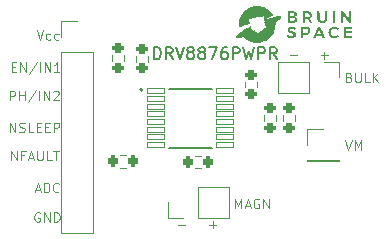
<source format=gto>
G04 #@! TF.GenerationSoftware,KiCad,Pcbnew,7.0.1*
G04 #@! TF.CreationDate,2023-05-06T21:57:30-07:00*
G04 #@! TF.ProjectId,MAGNETORQUERS,4d41474e-4554-44f5-9251-554552532e6b,rev?*
G04 #@! TF.SameCoordinates,Original*
G04 #@! TF.FileFunction,Legend,Top*
G04 #@! TF.FilePolarity,Positive*
%FSLAX46Y46*%
G04 Gerber Fmt 4.6, Leading zero omitted, Abs format (unit mm)*
G04 Created by KiCad (PCBNEW 7.0.1) date 2023-05-06 21:57:30*
%MOMM*%
%LPD*%
G01*
G04 APERTURE LIST*
G04 Aperture macros list*
%AMRoundRect*
0 Rectangle with rounded corners*
0 $1 Rounding radius*
0 $2 $3 $4 $5 $6 $7 $8 $9 X,Y pos of 4 corners*
0 Add a 4 corners polygon primitive as box body*
4,1,4,$2,$3,$4,$5,$6,$7,$8,$9,$2,$3,0*
0 Add four circle primitives for the rounded corners*
1,1,$1+$1,$2,$3*
1,1,$1+$1,$4,$5*
1,1,$1+$1,$6,$7*
1,1,$1+$1,$8,$9*
0 Add four rect primitives between the rounded corners*
20,1,$1+$1,$2,$3,$4,$5,0*
20,1,$1+$1,$4,$5,$6,$7,0*
20,1,$1+$1,$6,$7,$8,$9,0*
20,1,$1+$1,$8,$9,$2,$3,0*%
G04 Aperture macros list end*
%ADD10C,0.120000*%
%ADD11C,0.150000*%
%ADD12C,0.127000*%
%ADD13C,0.200000*%
%ADD14C,0.010000*%
%ADD15R,1.700000X1.700000*%
%ADD16RoundRect,0.200000X0.275000X-0.200000X0.275000X0.200000X-0.275000X0.200000X-0.275000X-0.200000X0*%
%ADD17RoundRect,0.200000X-0.200000X-0.275000X0.200000X-0.275000X0.200000X0.275000X-0.200000X0.275000X0*%
%ADD18O,1.700000X1.700000*%
%ADD19RoundRect,0.027000X-0.723000X-0.198000X0.723000X-0.198000X0.723000X0.198000X-0.723000X0.198000X0*%
G04 APERTURE END LIST*
D10*
X141740476Y-95147333D02*
X142350000Y-95147333D01*
X142045238Y-95452095D02*
X142045238Y-94842571D01*
D11*
X137088095Y-81127619D02*
X137088095Y-80127619D01*
X137088095Y-80127619D02*
X137326190Y-80127619D01*
X137326190Y-80127619D02*
X137469047Y-80175238D01*
X137469047Y-80175238D02*
X137564285Y-80270476D01*
X137564285Y-80270476D02*
X137611904Y-80365714D01*
X137611904Y-80365714D02*
X137659523Y-80556190D01*
X137659523Y-80556190D02*
X137659523Y-80699047D01*
X137659523Y-80699047D02*
X137611904Y-80889523D01*
X137611904Y-80889523D02*
X137564285Y-80984761D01*
X137564285Y-80984761D02*
X137469047Y-81080000D01*
X137469047Y-81080000D02*
X137326190Y-81127619D01*
X137326190Y-81127619D02*
X137088095Y-81127619D01*
X138659523Y-81127619D02*
X138326190Y-80651428D01*
X138088095Y-81127619D02*
X138088095Y-80127619D01*
X138088095Y-80127619D02*
X138469047Y-80127619D01*
X138469047Y-80127619D02*
X138564285Y-80175238D01*
X138564285Y-80175238D02*
X138611904Y-80222857D01*
X138611904Y-80222857D02*
X138659523Y-80318095D01*
X138659523Y-80318095D02*
X138659523Y-80460952D01*
X138659523Y-80460952D02*
X138611904Y-80556190D01*
X138611904Y-80556190D02*
X138564285Y-80603809D01*
X138564285Y-80603809D02*
X138469047Y-80651428D01*
X138469047Y-80651428D02*
X138088095Y-80651428D01*
X138945238Y-80127619D02*
X139278571Y-81127619D01*
X139278571Y-81127619D02*
X139611904Y-80127619D01*
X140088095Y-80556190D02*
X139992857Y-80508571D01*
X139992857Y-80508571D02*
X139945238Y-80460952D01*
X139945238Y-80460952D02*
X139897619Y-80365714D01*
X139897619Y-80365714D02*
X139897619Y-80318095D01*
X139897619Y-80318095D02*
X139945238Y-80222857D01*
X139945238Y-80222857D02*
X139992857Y-80175238D01*
X139992857Y-80175238D02*
X140088095Y-80127619D01*
X140088095Y-80127619D02*
X140278571Y-80127619D01*
X140278571Y-80127619D02*
X140373809Y-80175238D01*
X140373809Y-80175238D02*
X140421428Y-80222857D01*
X140421428Y-80222857D02*
X140469047Y-80318095D01*
X140469047Y-80318095D02*
X140469047Y-80365714D01*
X140469047Y-80365714D02*
X140421428Y-80460952D01*
X140421428Y-80460952D02*
X140373809Y-80508571D01*
X140373809Y-80508571D02*
X140278571Y-80556190D01*
X140278571Y-80556190D02*
X140088095Y-80556190D01*
X140088095Y-80556190D02*
X139992857Y-80603809D01*
X139992857Y-80603809D02*
X139945238Y-80651428D01*
X139945238Y-80651428D02*
X139897619Y-80746666D01*
X139897619Y-80746666D02*
X139897619Y-80937142D01*
X139897619Y-80937142D02*
X139945238Y-81032380D01*
X139945238Y-81032380D02*
X139992857Y-81080000D01*
X139992857Y-81080000D02*
X140088095Y-81127619D01*
X140088095Y-81127619D02*
X140278571Y-81127619D01*
X140278571Y-81127619D02*
X140373809Y-81080000D01*
X140373809Y-81080000D02*
X140421428Y-81032380D01*
X140421428Y-81032380D02*
X140469047Y-80937142D01*
X140469047Y-80937142D02*
X140469047Y-80746666D01*
X140469047Y-80746666D02*
X140421428Y-80651428D01*
X140421428Y-80651428D02*
X140373809Y-80603809D01*
X140373809Y-80603809D02*
X140278571Y-80556190D01*
X141040476Y-80556190D02*
X140945238Y-80508571D01*
X140945238Y-80508571D02*
X140897619Y-80460952D01*
X140897619Y-80460952D02*
X140850000Y-80365714D01*
X140850000Y-80365714D02*
X140850000Y-80318095D01*
X140850000Y-80318095D02*
X140897619Y-80222857D01*
X140897619Y-80222857D02*
X140945238Y-80175238D01*
X140945238Y-80175238D02*
X141040476Y-80127619D01*
X141040476Y-80127619D02*
X141230952Y-80127619D01*
X141230952Y-80127619D02*
X141326190Y-80175238D01*
X141326190Y-80175238D02*
X141373809Y-80222857D01*
X141373809Y-80222857D02*
X141421428Y-80318095D01*
X141421428Y-80318095D02*
X141421428Y-80365714D01*
X141421428Y-80365714D02*
X141373809Y-80460952D01*
X141373809Y-80460952D02*
X141326190Y-80508571D01*
X141326190Y-80508571D02*
X141230952Y-80556190D01*
X141230952Y-80556190D02*
X141040476Y-80556190D01*
X141040476Y-80556190D02*
X140945238Y-80603809D01*
X140945238Y-80603809D02*
X140897619Y-80651428D01*
X140897619Y-80651428D02*
X140850000Y-80746666D01*
X140850000Y-80746666D02*
X140850000Y-80937142D01*
X140850000Y-80937142D02*
X140897619Y-81032380D01*
X140897619Y-81032380D02*
X140945238Y-81080000D01*
X140945238Y-81080000D02*
X141040476Y-81127619D01*
X141040476Y-81127619D02*
X141230952Y-81127619D01*
X141230952Y-81127619D02*
X141326190Y-81080000D01*
X141326190Y-81080000D02*
X141373809Y-81032380D01*
X141373809Y-81032380D02*
X141421428Y-80937142D01*
X141421428Y-80937142D02*
X141421428Y-80746666D01*
X141421428Y-80746666D02*
X141373809Y-80651428D01*
X141373809Y-80651428D02*
X141326190Y-80603809D01*
X141326190Y-80603809D02*
X141230952Y-80556190D01*
X141754762Y-80127619D02*
X142421428Y-80127619D01*
X142421428Y-80127619D02*
X141992857Y-81127619D01*
X143230952Y-80127619D02*
X143040476Y-80127619D01*
X143040476Y-80127619D02*
X142945238Y-80175238D01*
X142945238Y-80175238D02*
X142897619Y-80222857D01*
X142897619Y-80222857D02*
X142802381Y-80365714D01*
X142802381Y-80365714D02*
X142754762Y-80556190D01*
X142754762Y-80556190D02*
X142754762Y-80937142D01*
X142754762Y-80937142D02*
X142802381Y-81032380D01*
X142802381Y-81032380D02*
X142850000Y-81080000D01*
X142850000Y-81080000D02*
X142945238Y-81127619D01*
X142945238Y-81127619D02*
X143135714Y-81127619D01*
X143135714Y-81127619D02*
X143230952Y-81080000D01*
X143230952Y-81080000D02*
X143278571Y-81032380D01*
X143278571Y-81032380D02*
X143326190Y-80937142D01*
X143326190Y-80937142D02*
X143326190Y-80699047D01*
X143326190Y-80699047D02*
X143278571Y-80603809D01*
X143278571Y-80603809D02*
X143230952Y-80556190D01*
X143230952Y-80556190D02*
X143135714Y-80508571D01*
X143135714Y-80508571D02*
X142945238Y-80508571D01*
X142945238Y-80508571D02*
X142850000Y-80556190D01*
X142850000Y-80556190D02*
X142802381Y-80603809D01*
X142802381Y-80603809D02*
X142754762Y-80699047D01*
X143754762Y-81127619D02*
X143754762Y-80127619D01*
X143754762Y-80127619D02*
X144135714Y-80127619D01*
X144135714Y-80127619D02*
X144230952Y-80175238D01*
X144230952Y-80175238D02*
X144278571Y-80222857D01*
X144278571Y-80222857D02*
X144326190Y-80318095D01*
X144326190Y-80318095D02*
X144326190Y-80460952D01*
X144326190Y-80460952D02*
X144278571Y-80556190D01*
X144278571Y-80556190D02*
X144230952Y-80603809D01*
X144230952Y-80603809D02*
X144135714Y-80651428D01*
X144135714Y-80651428D02*
X143754762Y-80651428D01*
X144659524Y-80127619D02*
X144897619Y-81127619D01*
X144897619Y-81127619D02*
X145088095Y-80413333D01*
X145088095Y-80413333D02*
X145278571Y-81127619D01*
X145278571Y-81127619D02*
X145516667Y-80127619D01*
X145897619Y-81127619D02*
X145897619Y-80127619D01*
X145897619Y-80127619D02*
X146278571Y-80127619D01*
X146278571Y-80127619D02*
X146373809Y-80175238D01*
X146373809Y-80175238D02*
X146421428Y-80222857D01*
X146421428Y-80222857D02*
X146469047Y-80318095D01*
X146469047Y-80318095D02*
X146469047Y-80460952D01*
X146469047Y-80460952D02*
X146421428Y-80556190D01*
X146421428Y-80556190D02*
X146373809Y-80603809D01*
X146373809Y-80603809D02*
X146278571Y-80651428D01*
X146278571Y-80651428D02*
X145897619Y-80651428D01*
X147469047Y-81127619D02*
X147135714Y-80651428D01*
X146897619Y-81127619D02*
X146897619Y-80127619D01*
X146897619Y-80127619D02*
X147278571Y-80127619D01*
X147278571Y-80127619D02*
X147373809Y-80175238D01*
X147373809Y-80175238D02*
X147421428Y-80222857D01*
X147421428Y-80222857D02*
X147469047Y-80318095D01*
X147469047Y-80318095D02*
X147469047Y-80460952D01*
X147469047Y-80460952D02*
X147421428Y-80556190D01*
X147421428Y-80556190D02*
X147373809Y-80603809D01*
X147373809Y-80603809D02*
X147278571Y-80651428D01*
X147278571Y-80651428D02*
X146897619Y-80651428D01*
D10*
X124990476Y-89702095D02*
X124990476Y-88902095D01*
X124990476Y-88902095D02*
X125447619Y-89702095D01*
X125447619Y-89702095D02*
X125447619Y-88902095D01*
X126095237Y-89283047D02*
X125828571Y-89283047D01*
X125828571Y-89702095D02*
X125828571Y-88902095D01*
X125828571Y-88902095D02*
X126209523Y-88902095D01*
X126476189Y-89473523D02*
X126857142Y-89473523D01*
X126399999Y-89702095D02*
X126666666Y-88902095D01*
X126666666Y-88902095D02*
X126933332Y-89702095D01*
X127199999Y-88902095D02*
X127199999Y-89549714D01*
X127199999Y-89549714D02*
X127238094Y-89625904D01*
X127238094Y-89625904D02*
X127276189Y-89664000D01*
X127276189Y-89664000D02*
X127352380Y-89702095D01*
X127352380Y-89702095D02*
X127504761Y-89702095D01*
X127504761Y-89702095D02*
X127580951Y-89664000D01*
X127580951Y-89664000D02*
X127619046Y-89625904D01*
X127619046Y-89625904D02*
X127657142Y-89549714D01*
X127657142Y-89549714D02*
X127657142Y-88902095D01*
X128419046Y-89702095D02*
X128038094Y-89702095D01*
X128038094Y-89702095D02*
X128038094Y-88902095D01*
X128571427Y-88902095D02*
X129028570Y-88902095D01*
X128799998Y-89702095D02*
X128799998Y-88902095D01*
X124890476Y-87302095D02*
X124890476Y-86502095D01*
X124890476Y-86502095D02*
X125347619Y-87302095D01*
X125347619Y-87302095D02*
X125347619Y-86502095D01*
X125690475Y-87264000D02*
X125804761Y-87302095D01*
X125804761Y-87302095D02*
X125995237Y-87302095D01*
X125995237Y-87302095D02*
X126071428Y-87264000D01*
X126071428Y-87264000D02*
X126109523Y-87225904D01*
X126109523Y-87225904D02*
X126147618Y-87149714D01*
X126147618Y-87149714D02*
X126147618Y-87073523D01*
X126147618Y-87073523D02*
X126109523Y-86997333D01*
X126109523Y-86997333D02*
X126071428Y-86959238D01*
X126071428Y-86959238D02*
X125995237Y-86921142D01*
X125995237Y-86921142D02*
X125842856Y-86883047D01*
X125842856Y-86883047D02*
X125766666Y-86844952D01*
X125766666Y-86844952D02*
X125728571Y-86806857D01*
X125728571Y-86806857D02*
X125690475Y-86730666D01*
X125690475Y-86730666D02*
X125690475Y-86654476D01*
X125690475Y-86654476D02*
X125728571Y-86578285D01*
X125728571Y-86578285D02*
X125766666Y-86540190D01*
X125766666Y-86540190D02*
X125842856Y-86502095D01*
X125842856Y-86502095D02*
X126033333Y-86502095D01*
X126033333Y-86502095D02*
X126147618Y-86540190D01*
X126871428Y-87302095D02*
X126490476Y-87302095D01*
X126490476Y-87302095D02*
X126490476Y-86502095D01*
X127138095Y-86883047D02*
X127404761Y-86883047D01*
X127519047Y-87302095D02*
X127138095Y-87302095D01*
X127138095Y-87302095D02*
X127138095Y-86502095D01*
X127138095Y-86502095D02*
X127519047Y-86502095D01*
X127861905Y-86883047D02*
X128128571Y-86883047D01*
X128242857Y-87302095D02*
X127861905Y-87302095D01*
X127861905Y-87302095D02*
X127861905Y-86502095D01*
X127861905Y-86502095D02*
X128242857Y-86502095D01*
X128585715Y-87302095D02*
X128585715Y-86502095D01*
X128585715Y-86502095D02*
X128890477Y-86502095D01*
X128890477Y-86502095D02*
X128966667Y-86540190D01*
X128966667Y-86540190D02*
X129004762Y-86578285D01*
X129004762Y-86578285D02*
X129042858Y-86654476D01*
X129042858Y-86654476D02*
X129042858Y-86768761D01*
X129042858Y-86768761D02*
X129004762Y-86844952D01*
X129004762Y-86844952D02*
X128966667Y-86883047D01*
X128966667Y-86883047D02*
X128890477Y-86921142D01*
X128890477Y-86921142D02*
X128585715Y-86921142D01*
X151190476Y-80797333D02*
X151800000Y-80797333D01*
X151495238Y-81102095D02*
X151495238Y-80492571D01*
X127052380Y-92173523D02*
X127433333Y-92173523D01*
X126976190Y-92402095D02*
X127242857Y-91602095D01*
X127242857Y-91602095D02*
X127509523Y-92402095D01*
X127776190Y-92402095D02*
X127776190Y-91602095D01*
X127776190Y-91602095D02*
X127966666Y-91602095D01*
X127966666Y-91602095D02*
X128080952Y-91640190D01*
X128080952Y-91640190D02*
X128157142Y-91716380D01*
X128157142Y-91716380D02*
X128195237Y-91792571D01*
X128195237Y-91792571D02*
X128233333Y-91944952D01*
X128233333Y-91944952D02*
X128233333Y-92059238D01*
X128233333Y-92059238D02*
X128195237Y-92211619D01*
X128195237Y-92211619D02*
X128157142Y-92287809D01*
X128157142Y-92287809D02*
X128080952Y-92364000D01*
X128080952Y-92364000D02*
X127966666Y-92402095D01*
X127966666Y-92402095D02*
X127776190Y-92402095D01*
X129033333Y-92325904D02*
X128995237Y-92364000D01*
X128995237Y-92364000D02*
X128880952Y-92402095D01*
X128880952Y-92402095D02*
X128804761Y-92402095D01*
X128804761Y-92402095D02*
X128690475Y-92364000D01*
X128690475Y-92364000D02*
X128614285Y-92287809D01*
X128614285Y-92287809D02*
X128576190Y-92211619D01*
X128576190Y-92211619D02*
X128538094Y-92059238D01*
X128538094Y-92059238D02*
X128538094Y-91944952D01*
X128538094Y-91944952D02*
X128576190Y-91792571D01*
X128576190Y-91792571D02*
X128614285Y-91716380D01*
X128614285Y-91716380D02*
X128690475Y-91640190D01*
X128690475Y-91640190D02*
X128804761Y-91602095D01*
X128804761Y-91602095D02*
X128880952Y-91602095D01*
X128880952Y-91602095D02*
X128995237Y-91640190D01*
X128995237Y-91640190D02*
X129033333Y-91678285D01*
X125040476Y-81783047D02*
X125307142Y-81783047D01*
X125421428Y-82202095D02*
X125040476Y-82202095D01*
X125040476Y-82202095D02*
X125040476Y-81402095D01*
X125040476Y-81402095D02*
X125421428Y-81402095D01*
X125764286Y-82202095D02*
X125764286Y-81402095D01*
X125764286Y-81402095D02*
X126221429Y-82202095D01*
X126221429Y-82202095D02*
X126221429Y-81402095D01*
X127173809Y-81364000D02*
X126488095Y-82392571D01*
X127440476Y-82202095D02*
X127440476Y-81402095D01*
X127821428Y-82202095D02*
X127821428Y-81402095D01*
X127821428Y-81402095D02*
X128278571Y-82202095D01*
X128278571Y-82202095D02*
X128278571Y-81402095D01*
X129078570Y-82202095D02*
X128621427Y-82202095D01*
X128849999Y-82202095D02*
X128849999Y-81402095D01*
X128849999Y-81402095D02*
X128773808Y-81516380D01*
X128773808Y-81516380D02*
X128697618Y-81592571D01*
X128697618Y-81592571D02*
X128621427Y-81630666D01*
X139140476Y-95147333D02*
X139750000Y-95147333D01*
X127176190Y-78702095D02*
X127442857Y-79502095D01*
X127442857Y-79502095D02*
X127709523Y-78702095D01*
X128319047Y-79464000D02*
X128242856Y-79502095D01*
X128242856Y-79502095D02*
X128090475Y-79502095D01*
X128090475Y-79502095D02*
X128014285Y-79464000D01*
X128014285Y-79464000D02*
X127976190Y-79425904D01*
X127976190Y-79425904D02*
X127938094Y-79349714D01*
X127938094Y-79349714D02*
X127938094Y-79121142D01*
X127938094Y-79121142D02*
X127976190Y-79044952D01*
X127976190Y-79044952D02*
X128014285Y-79006857D01*
X128014285Y-79006857D02*
X128090475Y-78968761D01*
X128090475Y-78968761D02*
X128242856Y-78968761D01*
X128242856Y-78968761D02*
X128319047Y-79006857D01*
X129004761Y-79464000D02*
X128928570Y-79502095D01*
X128928570Y-79502095D02*
X128776189Y-79502095D01*
X128776189Y-79502095D02*
X128699999Y-79464000D01*
X128699999Y-79464000D02*
X128661904Y-79425904D01*
X128661904Y-79425904D02*
X128623808Y-79349714D01*
X128623808Y-79349714D02*
X128623808Y-79121142D01*
X128623808Y-79121142D02*
X128661904Y-79044952D01*
X128661904Y-79044952D02*
X128699999Y-79006857D01*
X128699999Y-79006857D02*
X128776189Y-78968761D01*
X128776189Y-78968761D02*
X128928570Y-78968761D01*
X128928570Y-78968761D02*
X129004761Y-79006857D01*
X153276190Y-88002095D02*
X153542857Y-88802095D01*
X153542857Y-88802095D02*
X153809523Y-88002095D01*
X154076190Y-88802095D02*
X154076190Y-88002095D01*
X154076190Y-88002095D02*
X154342856Y-88573523D01*
X154342856Y-88573523D02*
X154609523Y-88002095D01*
X154609523Y-88002095D02*
X154609523Y-88802095D01*
X153607142Y-82683047D02*
X153721428Y-82721142D01*
X153721428Y-82721142D02*
X153759523Y-82759238D01*
X153759523Y-82759238D02*
X153797619Y-82835428D01*
X153797619Y-82835428D02*
X153797619Y-82949714D01*
X153797619Y-82949714D02*
X153759523Y-83025904D01*
X153759523Y-83025904D02*
X153721428Y-83064000D01*
X153721428Y-83064000D02*
X153645238Y-83102095D01*
X153645238Y-83102095D02*
X153340476Y-83102095D01*
X153340476Y-83102095D02*
X153340476Y-82302095D01*
X153340476Y-82302095D02*
X153607142Y-82302095D01*
X153607142Y-82302095D02*
X153683333Y-82340190D01*
X153683333Y-82340190D02*
X153721428Y-82378285D01*
X153721428Y-82378285D02*
X153759523Y-82454476D01*
X153759523Y-82454476D02*
X153759523Y-82530666D01*
X153759523Y-82530666D02*
X153721428Y-82606857D01*
X153721428Y-82606857D02*
X153683333Y-82644952D01*
X153683333Y-82644952D02*
X153607142Y-82683047D01*
X153607142Y-82683047D02*
X153340476Y-82683047D01*
X154140476Y-82302095D02*
X154140476Y-82949714D01*
X154140476Y-82949714D02*
X154178571Y-83025904D01*
X154178571Y-83025904D02*
X154216666Y-83064000D01*
X154216666Y-83064000D02*
X154292857Y-83102095D01*
X154292857Y-83102095D02*
X154445238Y-83102095D01*
X154445238Y-83102095D02*
X154521428Y-83064000D01*
X154521428Y-83064000D02*
X154559523Y-83025904D01*
X154559523Y-83025904D02*
X154597619Y-82949714D01*
X154597619Y-82949714D02*
X154597619Y-82302095D01*
X155359523Y-83102095D02*
X154978571Y-83102095D01*
X154978571Y-83102095D02*
X154978571Y-82302095D01*
X155626190Y-83102095D02*
X155626190Y-82302095D01*
X156083333Y-83102095D02*
X155740475Y-82644952D01*
X156083333Y-82302095D02*
X155626190Y-82759238D01*
X124890476Y-84602095D02*
X124890476Y-83802095D01*
X124890476Y-83802095D02*
X125195238Y-83802095D01*
X125195238Y-83802095D02*
X125271428Y-83840190D01*
X125271428Y-83840190D02*
X125309523Y-83878285D01*
X125309523Y-83878285D02*
X125347619Y-83954476D01*
X125347619Y-83954476D02*
X125347619Y-84068761D01*
X125347619Y-84068761D02*
X125309523Y-84144952D01*
X125309523Y-84144952D02*
X125271428Y-84183047D01*
X125271428Y-84183047D02*
X125195238Y-84221142D01*
X125195238Y-84221142D02*
X124890476Y-84221142D01*
X125690476Y-84602095D02*
X125690476Y-83802095D01*
X125690476Y-84183047D02*
X126147619Y-84183047D01*
X126147619Y-84602095D02*
X126147619Y-83802095D01*
X127099999Y-83764000D02*
X126414285Y-84792571D01*
X127366666Y-84602095D02*
X127366666Y-83802095D01*
X127747618Y-84602095D02*
X127747618Y-83802095D01*
X127747618Y-83802095D02*
X128204761Y-84602095D01*
X128204761Y-84602095D02*
X128204761Y-83802095D01*
X128547617Y-83878285D02*
X128585713Y-83840190D01*
X128585713Y-83840190D02*
X128661903Y-83802095D01*
X128661903Y-83802095D02*
X128852379Y-83802095D01*
X128852379Y-83802095D02*
X128928570Y-83840190D01*
X128928570Y-83840190D02*
X128966665Y-83878285D01*
X128966665Y-83878285D02*
X129004760Y-83954476D01*
X129004760Y-83954476D02*
X129004760Y-84030666D01*
X129004760Y-84030666D02*
X128966665Y-84144952D01*
X128966665Y-84144952D02*
X128509522Y-84602095D01*
X128509522Y-84602095D02*
X129004760Y-84602095D01*
X148590476Y-80797333D02*
X149200000Y-80797333D01*
X127409523Y-94140190D02*
X127333333Y-94102095D01*
X127333333Y-94102095D02*
X127219047Y-94102095D01*
X127219047Y-94102095D02*
X127104761Y-94140190D01*
X127104761Y-94140190D02*
X127028571Y-94216380D01*
X127028571Y-94216380D02*
X126990476Y-94292571D01*
X126990476Y-94292571D02*
X126952380Y-94444952D01*
X126952380Y-94444952D02*
X126952380Y-94559238D01*
X126952380Y-94559238D02*
X126990476Y-94711619D01*
X126990476Y-94711619D02*
X127028571Y-94787809D01*
X127028571Y-94787809D02*
X127104761Y-94864000D01*
X127104761Y-94864000D02*
X127219047Y-94902095D01*
X127219047Y-94902095D02*
X127295238Y-94902095D01*
X127295238Y-94902095D02*
X127409523Y-94864000D01*
X127409523Y-94864000D02*
X127447619Y-94825904D01*
X127447619Y-94825904D02*
X127447619Y-94559238D01*
X127447619Y-94559238D02*
X127295238Y-94559238D01*
X127790476Y-94902095D02*
X127790476Y-94102095D01*
X127790476Y-94102095D02*
X128247619Y-94902095D01*
X128247619Y-94902095D02*
X128247619Y-94102095D01*
X128628571Y-94902095D02*
X128628571Y-94102095D01*
X128628571Y-94102095D02*
X128819047Y-94102095D01*
X128819047Y-94102095D02*
X128933333Y-94140190D01*
X128933333Y-94140190D02*
X129009523Y-94216380D01*
X129009523Y-94216380D02*
X129047618Y-94292571D01*
X129047618Y-94292571D02*
X129085714Y-94444952D01*
X129085714Y-94444952D02*
X129085714Y-94559238D01*
X129085714Y-94559238D02*
X129047618Y-94711619D01*
X129047618Y-94711619D02*
X129009523Y-94787809D01*
X129009523Y-94787809D02*
X128933333Y-94864000D01*
X128933333Y-94864000D02*
X128819047Y-94902095D01*
X128819047Y-94902095D02*
X128628571Y-94902095D01*
X143951429Y-93758895D02*
X143951429Y-92958895D01*
X143951429Y-92958895D02*
X144218095Y-93530323D01*
X144218095Y-93530323D02*
X144484762Y-92958895D01*
X144484762Y-92958895D02*
X144484762Y-93758895D01*
X144827619Y-93530323D02*
X145208572Y-93530323D01*
X144751429Y-93758895D02*
X145018096Y-92958895D01*
X145018096Y-92958895D02*
X145284762Y-93758895D01*
X145970476Y-92996990D02*
X145894286Y-92958895D01*
X145894286Y-92958895D02*
X145780000Y-92958895D01*
X145780000Y-92958895D02*
X145665714Y-92996990D01*
X145665714Y-92996990D02*
X145589524Y-93073180D01*
X145589524Y-93073180D02*
X145551429Y-93149371D01*
X145551429Y-93149371D02*
X145513333Y-93301752D01*
X145513333Y-93301752D02*
X145513333Y-93416038D01*
X145513333Y-93416038D02*
X145551429Y-93568419D01*
X145551429Y-93568419D02*
X145589524Y-93644609D01*
X145589524Y-93644609D02*
X145665714Y-93720800D01*
X145665714Y-93720800D02*
X145780000Y-93758895D01*
X145780000Y-93758895D02*
X145856191Y-93758895D01*
X145856191Y-93758895D02*
X145970476Y-93720800D01*
X145970476Y-93720800D02*
X146008572Y-93682704D01*
X146008572Y-93682704D02*
X146008572Y-93416038D01*
X146008572Y-93416038D02*
X145856191Y-93416038D01*
X146351429Y-93758895D02*
X146351429Y-92958895D01*
X146351429Y-92958895D02*
X146808572Y-93758895D01*
X146808572Y-93758895D02*
X146808572Y-92958895D01*
X150054000Y-87062000D02*
X151384000Y-87062000D01*
X150054000Y-88392000D02*
X150054000Y-87062000D01*
X150054000Y-89662000D02*
X150054000Y-89722000D01*
X150054000Y-89662000D02*
X152714000Y-89662000D01*
X150054000Y-89722000D02*
X152714000Y-89722000D01*
X152714000Y-89662000D02*
X152714000Y-89722000D01*
X133527500Y-81287258D02*
X133527500Y-80812742D01*
X134572500Y-81287258D02*
X134572500Y-80812742D01*
G36*
X145523986Y-77703102D02*
G01*
X145519510Y-77707578D01*
X145515033Y-77703102D01*
X145519510Y-77698625D01*
X145523986Y-77703102D01*
G37*
G36*
X145523986Y-78678992D02*
G01*
X145519510Y-78683468D01*
X145515033Y-78678992D01*
X145519510Y-78674515D01*
X145523986Y-78678992D01*
G37*
G36*
X145595611Y-78705851D02*
G01*
X145591135Y-78710328D01*
X145586658Y-78705851D01*
X145591135Y-78701375D01*
X145595611Y-78705851D01*
G37*
G36*
X145613518Y-78714804D02*
G01*
X145609041Y-78719281D01*
X145604565Y-78714804D01*
X145609041Y-78710328D01*
X145613518Y-78714804D01*
G37*
G36*
X145631424Y-78723758D02*
G01*
X145626947Y-78728234D01*
X145622471Y-78723758D01*
X145626947Y-78719281D01*
X145631424Y-78723758D01*
G37*
G36*
X145649330Y-78732711D02*
G01*
X145644854Y-78737187D01*
X145640377Y-78732711D01*
X145644854Y-78728234D01*
X145649330Y-78732711D01*
G37*
G36*
X145667236Y-78741664D02*
G01*
X145662760Y-78746140D01*
X145658283Y-78741664D01*
X145662760Y-78737187D01*
X145667236Y-78741664D01*
G37*
G36*
X145685143Y-78750617D02*
G01*
X145680666Y-78755093D01*
X145676190Y-78750617D01*
X145680666Y-78746140D01*
X145685143Y-78750617D01*
G37*
G36*
X145703049Y-78759570D02*
G01*
X145698572Y-78764047D01*
X145694096Y-78759570D01*
X145698572Y-78755093D01*
X145703049Y-78759570D01*
G37*
G36*
X145720955Y-78768523D02*
G01*
X145716479Y-78773000D01*
X145712002Y-78768523D01*
X145716479Y-78764047D01*
X145720955Y-78768523D01*
G37*
G36*
X145738861Y-78777476D02*
G01*
X145734385Y-78781953D01*
X145729908Y-78777476D01*
X145734385Y-78773000D01*
X145738861Y-78777476D01*
G37*
G36*
X145756768Y-77613571D02*
G01*
X145752291Y-77618047D01*
X145747814Y-77613571D01*
X145752291Y-77609094D01*
X145756768Y-77613571D01*
G37*
G36*
X145756768Y-78786429D02*
G01*
X145752291Y-78790906D01*
X145747814Y-78786429D01*
X145752291Y-78781953D01*
X145756768Y-78786429D01*
G37*
G36*
X145810486Y-78822242D02*
G01*
X145806010Y-78826718D01*
X145801533Y-78822242D01*
X145806010Y-78817765D01*
X145810486Y-78822242D01*
G37*
G36*
X145882111Y-78893867D02*
G01*
X145877635Y-78898343D01*
X145873158Y-78893867D01*
X145877635Y-78889390D01*
X145882111Y-78893867D01*
G37*
G36*
X145953736Y-78884914D02*
G01*
X145949260Y-78889390D01*
X145944783Y-78884914D01*
X145949260Y-78880437D01*
X145953736Y-78884914D01*
G37*
G36*
X146240236Y-77550899D02*
G01*
X146235759Y-77555375D01*
X146231283Y-77550899D01*
X146235759Y-77546422D01*
X146240236Y-77550899D01*
G37*
G36*
X146249189Y-77532993D02*
G01*
X146244713Y-77537469D01*
X146240236Y-77532993D01*
X146244713Y-77528516D01*
X146249189Y-77532993D01*
G37*
G36*
X146338720Y-77488227D02*
G01*
X146334244Y-77492704D01*
X146329767Y-77488227D01*
X146334244Y-77483750D01*
X146338720Y-77488227D01*
G37*
G36*
X146356627Y-77479274D02*
G01*
X146352150Y-77483750D01*
X146347673Y-77479274D01*
X146352150Y-77474797D01*
X146356627Y-77479274D01*
G37*
G36*
X146401392Y-77756821D02*
G01*
X146396916Y-77761297D01*
X146392439Y-77756821D01*
X146396916Y-77752344D01*
X146401392Y-77756821D01*
G37*
G36*
X145144971Y-77782188D02*
G01*
X145146043Y-77792813D01*
X145144971Y-77794125D01*
X145139648Y-77792896D01*
X145139002Y-77788157D01*
X145142278Y-77780787D01*
X145144971Y-77782188D01*
G37*
G36*
X145153924Y-77809047D02*
G01*
X145154996Y-77819672D01*
X145153924Y-77820985D01*
X145148602Y-77819756D01*
X145147955Y-77815016D01*
X145151231Y-77807646D01*
X145153924Y-77809047D01*
G37*
G36*
X145162877Y-77835907D02*
G01*
X145163949Y-77846532D01*
X145162877Y-77847844D01*
X145157555Y-77846615D01*
X145156909Y-77841875D01*
X145160184Y-77834506D01*
X145162877Y-77835907D01*
G37*
G36*
X145171830Y-77871719D02*
G01*
X145172902Y-77882344D01*
X145171830Y-77883656D01*
X145166508Y-77882427D01*
X145165862Y-77877688D01*
X145169138Y-77870318D01*
X145171830Y-77871719D01*
G37*
G36*
X145180784Y-77898578D02*
G01*
X145181855Y-77909204D01*
X145180784Y-77910516D01*
X145175461Y-77909287D01*
X145174815Y-77904547D01*
X145178091Y-77897178D01*
X145180784Y-77898578D01*
G37*
G36*
X145189737Y-77925438D02*
G01*
X145190808Y-77936063D01*
X145189737Y-77937375D01*
X145184414Y-77936146D01*
X145183768Y-77931406D01*
X145187044Y-77924037D01*
X145189737Y-77925438D01*
G37*
G36*
X145198690Y-77952297D02*
G01*
X145199761Y-77962922D01*
X145198690Y-77964235D01*
X145193367Y-77963006D01*
X145192721Y-77958266D01*
X145195997Y-77950896D01*
X145198690Y-77952297D01*
G37*
G36*
X145199249Y-77755888D02*
G01*
X145196579Y-77759957D01*
X145187498Y-77760590D01*
X145177945Y-77758404D01*
X145182089Y-77755181D01*
X145196082Y-77754114D01*
X145199249Y-77755888D01*
G37*
G36*
X145207643Y-77988110D02*
G01*
X145208714Y-77998735D01*
X145207643Y-78000047D01*
X145202320Y-77998818D01*
X145201674Y-77994078D01*
X145204950Y-77986709D01*
X145207643Y-77988110D01*
G37*
G36*
X145216596Y-78014969D02*
G01*
X145217668Y-78025594D01*
X145216596Y-78026906D01*
X145211273Y-78025677D01*
X145210627Y-78020938D01*
X145213903Y-78013568D01*
X145216596Y-78014969D01*
G37*
G36*
X145225549Y-78041828D02*
G01*
X145226621Y-78052454D01*
X145225549Y-78053766D01*
X145220227Y-78052537D01*
X145219580Y-78047797D01*
X145222856Y-78040428D01*
X145225549Y-78041828D01*
G37*
G36*
X145234650Y-78072978D02*
G01*
X145235717Y-78086970D01*
X145233943Y-78090138D01*
X145229873Y-78087468D01*
X145229240Y-78078387D01*
X145231427Y-78068834D01*
X145234650Y-78072978D01*
G37*
G36*
X145248678Y-77764321D02*
G01*
X145249803Y-77767589D01*
X145237487Y-77768837D01*
X145224777Y-77767430D01*
X145226295Y-77764321D01*
X145244625Y-77763138D01*
X145248678Y-77764321D01*
G37*
G36*
X145288221Y-77773235D02*
G01*
X145286992Y-77778557D01*
X145282252Y-77779203D01*
X145274883Y-77775928D01*
X145276284Y-77773235D01*
X145286909Y-77772163D01*
X145288221Y-77773235D01*
G37*
G36*
X145315080Y-78337281D02*
G01*
X145316152Y-78347906D01*
X145315080Y-78349219D01*
X145309758Y-78347990D01*
X145309112Y-78343250D01*
X145312387Y-78335881D01*
X145315080Y-78337281D01*
G37*
G36*
X145324033Y-78364141D02*
G01*
X145325105Y-78374766D01*
X145324033Y-78376078D01*
X145318711Y-78374849D01*
X145318065Y-78370109D01*
X145321341Y-78362740D01*
X145324033Y-78364141D01*
G37*
G36*
X145332987Y-77764282D02*
G01*
X145331758Y-77769604D01*
X145327018Y-77770250D01*
X145319648Y-77766974D01*
X145321049Y-77764282D01*
X145331674Y-77763210D01*
X145332987Y-77764282D01*
G37*
G36*
X145332987Y-78391000D02*
G01*
X145334058Y-78401625D01*
X145332987Y-78402937D01*
X145327664Y-78401708D01*
X145327018Y-78396969D01*
X145330294Y-78389599D01*
X145332987Y-78391000D01*
G37*
G36*
X145342087Y-78422149D02*
G01*
X145343154Y-78436142D01*
X145341380Y-78439309D01*
X145337311Y-78436639D01*
X145336678Y-78427558D01*
X145338864Y-78418005D01*
X145342087Y-78422149D01*
G37*
G36*
X145350893Y-78453672D02*
G01*
X145351964Y-78464297D01*
X145350893Y-78465609D01*
X145345570Y-78464380D01*
X145344924Y-78459641D01*
X145348200Y-78452271D01*
X145350893Y-78453672D01*
G37*
G36*
X145359846Y-77755328D02*
G01*
X145358617Y-77760651D01*
X145353877Y-77761297D01*
X145346508Y-77758021D01*
X145347908Y-77755328D01*
X145358534Y-77754257D01*
X145359846Y-77755328D01*
G37*
G36*
X145359846Y-78480531D02*
G01*
X145360917Y-78491156D01*
X145359846Y-78492469D01*
X145354523Y-78491240D01*
X145353877Y-78486500D01*
X145357153Y-78479130D01*
X145359846Y-78480531D01*
G37*
G36*
X145368799Y-78507390D02*
G01*
X145369871Y-78518016D01*
X145368799Y-78519328D01*
X145363476Y-78518099D01*
X145362830Y-78513359D01*
X145366106Y-78505990D01*
X145368799Y-78507390D01*
G37*
G36*
X145377752Y-78543203D02*
G01*
X145378824Y-78553828D01*
X145377752Y-78555140D01*
X145372430Y-78553911D01*
X145371783Y-78549172D01*
X145375059Y-78541802D01*
X145377752Y-78543203D01*
G37*
G36*
X145386705Y-77746375D02*
G01*
X145385476Y-77751698D01*
X145380737Y-77752344D01*
X145373367Y-77749068D01*
X145374768Y-77746375D01*
X145385393Y-77745304D01*
X145386705Y-77746375D01*
G37*
G36*
X145386705Y-78570062D02*
G01*
X145387777Y-78580688D01*
X145386705Y-78582000D01*
X145381383Y-78580771D01*
X145380737Y-78576031D01*
X145384012Y-78568662D01*
X145386705Y-78570062D01*
G37*
G36*
X145395658Y-78596922D02*
G01*
X145396730Y-78607547D01*
X145395658Y-78608859D01*
X145390336Y-78607630D01*
X145389690Y-78602890D01*
X145392965Y-78595521D01*
X145395658Y-78596922D01*
G37*
G36*
X145404612Y-78623781D02*
G01*
X145405683Y-78634406D01*
X145404612Y-78635719D01*
X145399289Y-78634490D01*
X145398643Y-78629750D01*
X145401919Y-78622380D01*
X145404612Y-78623781D01*
G37*
G36*
X145413565Y-77737422D02*
G01*
X145412336Y-77742745D01*
X145407596Y-77743391D01*
X145400226Y-77740115D01*
X145401627Y-77737422D01*
X145412252Y-77736351D01*
X145413565Y-77737422D01*
G37*
G36*
X145440424Y-77728469D02*
G01*
X145439195Y-77733792D01*
X145434455Y-77734438D01*
X145427086Y-77731162D01*
X145428487Y-77728469D01*
X145439112Y-77727398D01*
X145440424Y-77728469D01*
G37*
G36*
X145467283Y-77719516D02*
G01*
X145466054Y-77724839D01*
X145461315Y-77725485D01*
X145453945Y-77722209D01*
X145455346Y-77719516D01*
X145465971Y-77718444D01*
X145467283Y-77719516D01*
G37*
G36*
X145494143Y-77710563D02*
G01*
X145492914Y-77715885D01*
X145488174Y-77716532D01*
X145480805Y-77713256D01*
X145482205Y-77710563D01*
X145492831Y-77709491D01*
X145494143Y-77710563D01*
G37*
G36*
X145503655Y-78669106D02*
G01*
X145500985Y-78673175D01*
X145491904Y-78673809D01*
X145482351Y-78671622D01*
X145486495Y-78668399D01*
X145500488Y-78667332D01*
X145503655Y-78669106D01*
G37*
G36*
X145547861Y-78686453D02*
G01*
X145546632Y-78691775D01*
X145541893Y-78692422D01*
X145534523Y-78689146D01*
X145535924Y-78686453D01*
X145546549Y-78685381D01*
X145547861Y-78686453D01*
G37*
G36*
X145556815Y-77692657D02*
G01*
X145555586Y-77697979D01*
X145550846Y-77698625D01*
X145543476Y-77695350D01*
X145544877Y-77692657D01*
X145555502Y-77691585D01*
X145556815Y-77692657D01*
G37*
G36*
X145574721Y-78695406D02*
G01*
X145573492Y-78700729D01*
X145568752Y-78701375D01*
X145561383Y-78698099D01*
X145562783Y-78695406D01*
X145573409Y-78694334D01*
X145574721Y-78695406D01*
G37*
G36*
X145583674Y-77683703D02*
G01*
X145582445Y-77689026D01*
X145577705Y-77689672D01*
X145570336Y-77686396D01*
X145571736Y-77683703D01*
X145582362Y-77682632D01*
X145583674Y-77683703D01*
G37*
G36*
X145610533Y-77674750D02*
G01*
X145609304Y-77680073D01*
X145604565Y-77680719D01*
X145597195Y-77677443D01*
X145598596Y-77674750D01*
X145609221Y-77673679D01*
X145610533Y-77674750D01*
G37*
G36*
X145637393Y-77665797D02*
G01*
X145636164Y-77671120D01*
X145631424Y-77671766D01*
X145624054Y-77668490D01*
X145625455Y-77665797D01*
X145636080Y-77664726D01*
X145637393Y-77665797D01*
G37*
G36*
X145664252Y-77656844D02*
G01*
X145663023Y-77662167D01*
X145658283Y-77662813D01*
X145650914Y-77659537D01*
X145652315Y-77656844D01*
X145662940Y-77655773D01*
X145664252Y-77656844D01*
G37*
G36*
X145691111Y-77647891D02*
G01*
X145689882Y-77653214D01*
X145685143Y-77653860D01*
X145677773Y-77650584D01*
X145679174Y-77647891D01*
X145689799Y-77646819D01*
X145691111Y-77647891D01*
G37*
G36*
X145717971Y-77638938D02*
G01*
X145716742Y-77644261D01*
X145712002Y-77644907D01*
X145704633Y-77641631D01*
X145706033Y-77638938D01*
X145716658Y-77637866D01*
X145717971Y-77638938D01*
G37*
G36*
X145744830Y-77629985D02*
G01*
X145743601Y-77635307D01*
X145738861Y-77635954D01*
X145731492Y-77632678D01*
X145732893Y-77629985D01*
X145743518Y-77628913D01*
X145744830Y-77629985D01*
G37*
G36*
X146317830Y-77495688D02*
G01*
X146316601Y-77501011D01*
X146311861Y-77501657D01*
X146304492Y-77498381D01*
X146305892Y-77495688D01*
X146316518Y-77494616D01*
X146317830Y-77495688D01*
G37*
G36*
X146362556Y-77508372D02*
G01*
X146363739Y-77526702D01*
X146362556Y-77530754D01*
X146359288Y-77531879D01*
X146358040Y-77519563D01*
X146359447Y-77506853D01*
X146362556Y-77508372D01*
G37*
G36*
X146371509Y-77562090D02*
G01*
X146372692Y-77580420D01*
X146371509Y-77584473D01*
X146368241Y-77585598D01*
X146366993Y-77573282D01*
X146368400Y-77560572D01*
X146371509Y-77562090D01*
G37*
G36*
X146380462Y-77615809D02*
G01*
X146381645Y-77634139D01*
X146380462Y-77638192D01*
X146377194Y-77639317D01*
X146375946Y-77627000D01*
X146377353Y-77614290D01*
X146380462Y-77615809D01*
G37*
G36*
X146389602Y-77679040D02*
G01*
X146390669Y-77693033D01*
X146388895Y-77696201D01*
X146384826Y-77693530D01*
X146384193Y-77684450D01*
X146386379Y-77674896D01*
X146389602Y-77679040D01*
G37*
G36*
X146407322Y-77785918D02*
G01*
X146408504Y-77804248D01*
X146407322Y-77808301D01*
X146404054Y-77809426D01*
X146402806Y-77797110D01*
X146404213Y-77784400D01*
X146407322Y-77785918D01*
G37*
G36*
X146416275Y-77839637D02*
G01*
X146417457Y-77857967D01*
X146416275Y-77862020D01*
X146413007Y-77863145D01*
X146411759Y-77850828D01*
X146413166Y-77838118D01*
X146416275Y-77839637D01*
G37*
G36*
X146416314Y-78480531D02*
G01*
X146415085Y-78485854D01*
X146410345Y-78486500D01*
X146402976Y-78483224D01*
X146404377Y-78480531D01*
X146415002Y-78479460D01*
X146416314Y-78480531D01*
G37*
G36*
X146425228Y-77893356D02*
G01*
X146426410Y-77911686D01*
X146425228Y-77915738D01*
X146421960Y-77916863D01*
X146420712Y-77904547D01*
X146422119Y-77891837D01*
X146425228Y-77893356D01*
G37*
G36*
X146434181Y-77947074D02*
G01*
X146435364Y-77965405D01*
X146434181Y-77969457D01*
X146430913Y-77970582D01*
X146429665Y-77958266D01*
X146431072Y-77945556D01*
X146434181Y-77947074D01*
G37*
G36*
X146443134Y-78009746D02*
G01*
X146444317Y-78028076D01*
X146443134Y-78032129D01*
X146439866Y-78033254D01*
X146438618Y-78020938D01*
X146440025Y-78008228D01*
X146443134Y-78009746D01*
G37*
G36*
X146452087Y-78063465D02*
G01*
X146453270Y-78081795D01*
X146452087Y-78085848D01*
X146448819Y-78086972D01*
X146447571Y-78074656D01*
X146448978Y-78061946D01*
X146452087Y-78063465D01*
G37*
G36*
X146452686Y-78490044D02*
G01*
X146450016Y-78494113D01*
X146440935Y-78494746D01*
X146431382Y-78492560D01*
X146435526Y-78489337D01*
X146449519Y-78488270D01*
X146452686Y-78490044D01*
G37*
G36*
X146461040Y-78117184D02*
G01*
X146462223Y-78135514D01*
X146461040Y-78139566D01*
X146457773Y-78140691D01*
X146456525Y-78128375D01*
X146457932Y-78115665D01*
X146461040Y-78117184D01*
G37*
G36*
X146469993Y-78170902D02*
G01*
X146471176Y-78189233D01*
X146469993Y-78193285D01*
X146466726Y-78194410D01*
X146465478Y-78182094D01*
X146466885Y-78169384D01*
X146469993Y-78170902D01*
G37*
G36*
X146478947Y-78224621D02*
G01*
X146480129Y-78242951D01*
X146478947Y-78247004D01*
X146475679Y-78248129D01*
X146474431Y-78235813D01*
X146475838Y-78223102D01*
X146478947Y-78224621D01*
G37*
G36*
X146488086Y-78287853D02*
G01*
X146489154Y-78301845D01*
X146487379Y-78305013D01*
X146483310Y-78302343D01*
X146482677Y-78293262D01*
X146484864Y-78283708D01*
X146488086Y-78287853D01*
G37*
G36*
X146496853Y-78341012D02*
G01*
X146498035Y-78359342D01*
X146496853Y-78363394D01*
X146493585Y-78364519D01*
X146492337Y-78352203D01*
X146493744Y-78339493D01*
X146496853Y-78341012D01*
G37*
G36*
X146505806Y-78394730D02*
G01*
X146506988Y-78413061D01*
X146505806Y-78417113D01*
X146502538Y-78418238D01*
X146501290Y-78405922D01*
X146502697Y-78393212D01*
X146505806Y-78394730D01*
G37*
G36*
X146514798Y-78444719D02*
G01*
X146515870Y-78455344D01*
X146514798Y-78456656D01*
X146509476Y-78455427D01*
X146508830Y-78450687D01*
X146512105Y-78443318D01*
X146514798Y-78444719D01*
G37*
G36*
X145773290Y-78794528D02*
G01*
X145782902Y-78803542D01*
X145780930Y-78808725D01*
X145779679Y-78808812D01*
X145772106Y-78802453D01*
X145769342Y-78798476D01*
X145768287Y-78792349D01*
X145773290Y-78794528D01*
G37*
G36*
X145844060Y-78866157D02*
G01*
X145860978Y-78882031D01*
X145863420Y-78888945D01*
X145861116Y-78889390D01*
X145853804Y-78883352D01*
X145840972Y-78869246D01*
X145823916Y-78849101D01*
X145844060Y-78866157D01*
G37*
G36*
X146285517Y-77509612D02*
G01*
X146273403Y-77518664D01*
X146259968Y-77526310D01*
X146260656Y-77523436D01*
X146269121Y-77514382D01*
X146282219Y-77503710D01*
X146288858Y-77502529D01*
X146285517Y-77509612D01*
G37*
G36*
X145143647Y-77749954D02*
G01*
X145142240Y-77756821D01*
X145135885Y-77768601D01*
X145133568Y-77770250D01*
X145130438Y-77762939D01*
X145130049Y-77756821D01*
X145134735Y-77744904D01*
X145138721Y-77743391D01*
X145143647Y-77749954D01*
G37*
G36*
X145454770Y-78659690D02*
G01*
X145455068Y-78662629D01*
X145441052Y-78663829D01*
X145438932Y-78663817D01*
X145425046Y-78662526D01*
X145426371Y-78659801D01*
X145427911Y-78659358D01*
X145447414Y-78658047D01*
X145454770Y-78659690D01*
G37*
G36*
X145780818Y-77579065D02*
G01*
X145779150Y-77582235D01*
X145770715Y-77590785D01*
X145769140Y-77591188D01*
X145768530Y-77585405D01*
X145770197Y-77582235D01*
X145778633Y-77573685D01*
X145780207Y-77573282D01*
X145780818Y-77579065D01*
G37*
G36*
X145930554Y-78899637D02*
G01*
X145920708Y-78904934D01*
X145905138Y-78907445D01*
X145892993Y-78906191D01*
X145891064Y-78903864D01*
X145898661Y-78899827D01*
X145913176Y-78896204D01*
X145927890Y-78895575D01*
X145930554Y-78899637D01*
G37*
G36*
X146004646Y-78760877D02*
G01*
X146002978Y-78764047D01*
X145994543Y-78772597D01*
X145992968Y-78773000D01*
X145992358Y-78767216D01*
X145994025Y-78764047D01*
X146002461Y-78755496D01*
X146004035Y-78755093D01*
X146004646Y-78760877D01*
G37*
G36*
X146050087Y-77585036D02*
G01*
X146052180Y-77587456D01*
X146039322Y-77588814D01*
X146029838Y-77588930D01*
X146012499Y-77588049D01*
X146009869Y-77586026D01*
X146014274Y-77584856D01*
X146037603Y-77583414D01*
X146050087Y-77585036D01*
G37*
G36*
X146052221Y-78732081D02*
G01*
X146045357Y-78739271D01*
X146034314Y-78746140D01*
X146020472Y-78751904D01*
X146016408Y-78751247D01*
X146023271Y-78744056D01*
X146034314Y-78737187D01*
X146048157Y-78731424D01*
X146052221Y-78732081D01*
G37*
G36*
X146076271Y-78716111D02*
G01*
X146074603Y-78719281D01*
X146066168Y-78727831D01*
X146064593Y-78728234D01*
X146063983Y-78722451D01*
X146065650Y-78719281D01*
X146074086Y-78710731D01*
X146075660Y-78710328D01*
X146076271Y-78716111D01*
G37*
G36*
X146103130Y-78698205D02*
G01*
X146101463Y-78701375D01*
X146093027Y-78709925D01*
X146091453Y-78710328D01*
X146090842Y-78704545D01*
X146092510Y-78701375D01*
X146100945Y-78692824D01*
X146102519Y-78692422D01*
X146103130Y-78698205D01*
G37*
G36*
X146129990Y-78680299D02*
G01*
X146128322Y-78683468D01*
X146119886Y-78692019D01*
X146118312Y-78692422D01*
X146117701Y-78686638D01*
X146119369Y-78683468D01*
X146127805Y-78674918D01*
X146129379Y-78674515D01*
X146129990Y-78680299D01*
G37*
G36*
X146139618Y-77576083D02*
G01*
X146141711Y-77578503D01*
X146128854Y-77579861D01*
X146119369Y-77579977D01*
X146102030Y-77579095D01*
X146099400Y-77577073D01*
X146103805Y-77575903D01*
X146127134Y-77574461D01*
X146139618Y-77576083D01*
G37*
G36*
X146165801Y-78652360D02*
G01*
X146160800Y-78658847D01*
X146147732Y-78672767D01*
X146141899Y-78672706D01*
X146141752Y-78671135D01*
X146147870Y-78663662D01*
X146157420Y-78655467D01*
X146168025Y-78647724D01*
X146165801Y-78652360D01*
G37*
G36*
X146192662Y-78635533D02*
G01*
X146190994Y-78638703D01*
X146182558Y-78647253D01*
X146180984Y-78647656D01*
X146180373Y-78641873D01*
X146182041Y-78638703D01*
X146190477Y-78630153D01*
X146192051Y-78629750D01*
X146192662Y-78635533D01*
G37*
G36*
X146215785Y-77567409D02*
G01*
X146216083Y-77570348D01*
X146202067Y-77571549D01*
X146199947Y-77571536D01*
X146186061Y-77570245D01*
X146187387Y-77567520D01*
X146188926Y-77567077D01*
X146208429Y-77565767D01*
X146215785Y-77567409D01*
G37*
G36*
X146228473Y-78607595D02*
G01*
X146223472Y-78614082D01*
X146210404Y-78628001D01*
X146204571Y-78627941D01*
X146204424Y-78626369D01*
X146210542Y-78618896D01*
X146220092Y-78610702D01*
X146230696Y-78602958D01*
X146228473Y-78607595D01*
G37*
G36*
X146255333Y-78590767D02*
G01*
X146253666Y-78593937D01*
X146245230Y-78602488D01*
X146243656Y-78602890D01*
X146243045Y-78597107D01*
X146244713Y-78593937D01*
X146253148Y-78585387D01*
X146254722Y-78584984D01*
X146255333Y-78590767D01*
G37*
G36*
X146291146Y-78563908D02*
G01*
X146289478Y-78567078D01*
X146281042Y-78575628D01*
X146279468Y-78576031D01*
X146278857Y-78570248D01*
X146280525Y-78567078D01*
X146288961Y-78558528D01*
X146290535Y-78558125D01*
X146291146Y-78563908D01*
G37*
G36*
X146326958Y-78535970D02*
G01*
X146321956Y-78542457D01*
X146308888Y-78556376D01*
X146303055Y-78556316D01*
X146302908Y-78554745D01*
X146309026Y-78547271D01*
X146318576Y-78539077D01*
X146329181Y-78531333D01*
X146326958Y-78535970D01*
G37*
G36*
X146362770Y-78509110D02*
G01*
X146357769Y-78515598D01*
X146344701Y-78529517D01*
X146338867Y-78529456D01*
X146338720Y-78527885D01*
X146344839Y-78520412D01*
X146354388Y-78512217D01*
X146364993Y-78504474D01*
X146362770Y-78509110D01*
G37*
G36*
X146389630Y-78492283D02*
G01*
X146387963Y-78495453D01*
X146379527Y-78504003D01*
X146377953Y-78504406D01*
X146377342Y-78498623D01*
X146379009Y-78495453D01*
X146387445Y-78486903D01*
X146389019Y-78486500D01*
X146389630Y-78492283D01*
G37*
G36*
X152435795Y-77564329D02*
G01*
X152435795Y-78047797D01*
X152341787Y-78047797D01*
X152247779Y-78047797D01*
X152247779Y-77564329D01*
X152247779Y-77080860D01*
X152341787Y-77080860D01*
X152435795Y-77080860D01*
X152435795Y-77564329D01*
G37*
G36*
X146496251Y-78484262D02*
G01*
X146481159Y-78498784D01*
X146470137Y-78504406D01*
X146464121Y-78502743D01*
X146464810Y-78502072D01*
X146473734Y-78495412D01*
X146490178Y-78482521D01*
X146490923Y-78481928D01*
X146513306Y-78464117D01*
X146496251Y-78484262D01*
G37*
G36*
X145976512Y-78778822D02*
G01*
X145970174Y-78784121D01*
X145957931Y-78801639D01*
X145951371Y-78822666D01*
X145947466Y-78849101D01*
X145946125Y-78820319D01*
X145948914Y-78796789D01*
X145962218Y-78783172D01*
X145964928Y-78781774D01*
X145978056Y-78775890D01*
X145976512Y-78778822D01*
G37*
G36*
X145837719Y-77560591D02*
G01*
X145843936Y-77566492D01*
X145865315Y-77582223D01*
X145891839Y-77590571D01*
X145917924Y-77593489D01*
X145967166Y-77596829D01*
X145917720Y-77598485D01*
X145886957Y-77598230D01*
X145866878Y-77593462D01*
X145850416Y-77582037D01*
X145844370Y-77576236D01*
X145827424Y-77561239D01*
X145815693Y-77558269D01*
X145804284Y-77564555D01*
X145793456Y-77572407D01*
X145795108Y-77569263D01*
X145803647Y-77559806D01*
X145814541Y-77549527D01*
X145823827Y-77549445D01*
X145837719Y-77560591D01*
G37*
G36*
X153868294Y-78468594D02*
G01*
X153868294Y-78549172D01*
X153608653Y-78549172D01*
X153349013Y-78549172D01*
X153349013Y-78665562D01*
X153349013Y-78781953D01*
X153582130Y-78781953D01*
X153815247Y-78781953D01*
X153812673Y-78864769D01*
X153810099Y-78947586D01*
X153579556Y-78949975D01*
X153349013Y-78952364D01*
X153349013Y-79068604D01*
X153349013Y-79184843D01*
X153613130Y-79184843D01*
X153877247Y-79184843D01*
X153877247Y-79265421D01*
X153877247Y-79345999D01*
X153519122Y-79345999D01*
X153160997Y-79345999D01*
X153160997Y-78867007D01*
X153160997Y-78388016D01*
X153514646Y-78388016D01*
X153868294Y-78388016D01*
X153868294Y-78468594D01*
G37*
G36*
X153353401Y-77398995D02*
G01*
X153403391Y-77465135D01*
X153450192Y-77526830D01*
X153492680Y-77582615D01*
X153529732Y-77631025D01*
X153560223Y-77670593D01*
X153583029Y-77699853D01*
X153597025Y-77717342D01*
X153601040Y-77721836D01*
X153602783Y-77714320D01*
X153604385Y-77690856D01*
X153605801Y-77653401D01*
X153606982Y-77603912D01*
X153607883Y-77544347D01*
X153608455Y-77476663D01*
X153608653Y-77403701D01*
X153608653Y-77080860D01*
X153698185Y-77080860D01*
X153787716Y-77080860D01*
X153787716Y-77564329D01*
X153787716Y-78047797D01*
X153699591Y-78047797D01*
X153611465Y-78047797D01*
X153370563Y-77728095D01*
X153129661Y-77408394D01*
X153125185Y-77725857D01*
X153120708Y-78043320D01*
X153028939Y-78045872D01*
X152937169Y-78048423D01*
X152937169Y-77564642D01*
X152937169Y-77080860D01*
X153025273Y-77080860D01*
X153113376Y-77080860D01*
X153353401Y-77398995D01*
G37*
G36*
X149880209Y-78388452D02*
G01*
X149953755Y-78390061D01*
X150014056Y-78393296D01*
X150063435Y-78398607D01*
X150104216Y-78406447D01*
X150138722Y-78417266D01*
X150169275Y-78431517D01*
X150198200Y-78449651D01*
X150227820Y-78472120D01*
X150229110Y-78473162D01*
X150271666Y-78518584D01*
X150302419Y-78574277D01*
X150321547Y-78637211D01*
X150329231Y-78704351D01*
X150325649Y-78772666D01*
X150310982Y-78839124D01*
X150285409Y-78900691D01*
X150249111Y-78954335D01*
X150202266Y-78997024D01*
X150197885Y-78999996D01*
X150161569Y-79021462D01*
X150123755Y-79037812D01*
X150081146Y-79049771D01*
X150030442Y-79058064D01*
X149968347Y-79063414D01*
X149895347Y-79066443D01*
X149740906Y-79070708D01*
X149740906Y-79208354D01*
X149740906Y-79345999D01*
X149646898Y-79345999D01*
X149552890Y-79345999D01*
X149552890Y-78867007D01*
X149552890Y-78546994D01*
X149740906Y-78546994D01*
X149740906Y-78723589D01*
X149740906Y-78900184D01*
X149886394Y-78896735D01*
X149945940Y-78894900D01*
X149990292Y-78892436D01*
X150022156Y-78889057D01*
X150044241Y-78884481D01*
X150058741Y-78878707D01*
X150102661Y-78845586D01*
X150133314Y-78802858D01*
X150149598Y-78753762D01*
X150150408Y-78701539D01*
X150135911Y-78652133D01*
X150118850Y-78620971D01*
X150098213Y-78596980D01*
X150071507Y-78579185D01*
X150036235Y-78566608D01*
X149989904Y-78558276D01*
X149930019Y-78553211D01*
X149877441Y-78551050D01*
X149740906Y-78546994D01*
X149552890Y-78546994D01*
X149552890Y-78388016D01*
X149791094Y-78388016D01*
X149880209Y-78388452D01*
G37*
G36*
X150711425Y-78972501D02*
G01*
X150745634Y-78894494D01*
X150780853Y-78814209D01*
X150815845Y-78734468D01*
X150818582Y-78728234D01*
X150965947Y-78392492D01*
X151066079Y-78392492D01*
X151166210Y-78392492D01*
X151371253Y-78866309D01*
X151408724Y-78952948D01*
X151443985Y-79034572D01*
X151476408Y-79109722D01*
X151505365Y-79176938D01*
X151530227Y-79234758D01*
X151550368Y-79281724D01*
X151565158Y-79316374D01*
X151573971Y-79337249D01*
X151576295Y-79343063D01*
X151567938Y-79344229D01*
X151545248Y-79345171D01*
X151511800Y-79345787D01*
X151475573Y-79345976D01*
X151374850Y-79345952D01*
X151334561Y-79247641D01*
X151294272Y-79149330D01*
X151060385Y-79149181D01*
X150826498Y-79149031D01*
X150786507Y-79245277D01*
X150746515Y-79341523D01*
X150647101Y-79344050D01*
X150547687Y-79346576D01*
X150609452Y-79205276D01*
X150627240Y-79164617D01*
X150650991Y-79110386D01*
X150679465Y-79045406D01*
X150708611Y-78978921D01*
X150897346Y-78978921D01*
X151057758Y-78978921D01*
X151109114Y-78978696D01*
X151153658Y-78978071D01*
X151188561Y-78977121D01*
X151210988Y-78975920D01*
X151218170Y-78974663D01*
X151214911Y-78965574D01*
X151205924Y-78942842D01*
X151192396Y-78909340D01*
X151175513Y-78867940D01*
X151156463Y-78821519D01*
X151136431Y-78772948D01*
X151116605Y-78725101D01*
X151098170Y-78680852D01*
X151082314Y-78643076D01*
X151070222Y-78614644D01*
X151063083Y-78598432D01*
X151061726Y-78595790D01*
X151057429Y-78602032D01*
X151048519Y-78620921D01*
X151036893Y-78648425D01*
X151036455Y-78649509D01*
X151024908Y-78677615D01*
X151008165Y-78717767D01*
X150988078Y-78765551D01*
X150966501Y-78816550D01*
X150955514Y-78842386D01*
X150897346Y-78978921D01*
X150708611Y-78978921D01*
X150711425Y-78972501D01*
G37*
G36*
X151101780Y-77407649D02*
G01*
X151102993Y-77492310D01*
X151104126Y-77560995D01*
X151105312Y-77615636D01*
X151106681Y-77658161D01*
X151108362Y-77690502D01*
X151110489Y-77714588D01*
X151113190Y-77732348D01*
X151116597Y-77745713D01*
X151120841Y-77756614D01*
X151126052Y-77766979D01*
X151126141Y-77767146D01*
X151161678Y-77815636D01*
X151209048Y-77851001D01*
X151267503Y-77872857D01*
X151336295Y-77880823D01*
X151347991Y-77880786D01*
X151412959Y-77872228D01*
X151467727Y-77848983D01*
X151512546Y-77810902D01*
X151543541Y-77765774D01*
X151548627Y-77755662D01*
X151552773Y-77744795D01*
X151556107Y-77731249D01*
X151558757Y-77713101D01*
X151560851Y-77688428D01*
X151562516Y-77655306D01*
X151563881Y-77611813D01*
X151565073Y-77556026D01*
X151566220Y-77486020D01*
X151567342Y-77407649D01*
X151571819Y-77085337D01*
X151665826Y-77085337D01*
X151759834Y-77085337D01*
X151759834Y-77398696D01*
X151759740Y-77488015D01*
X151759301Y-77561580D01*
X151758278Y-77621544D01*
X151756435Y-77670060D01*
X151753535Y-77709280D01*
X151749340Y-77741356D01*
X151743614Y-77768441D01*
X151736118Y-77792688D01*
X151726617Y-77816248D01*
X151714873Y-77841274D01*
X151709980Y-77851200D01*
X151669874Y-77912567D01*
X151616108Y-77965037D01*
X151551667Y-78006310D01*
X151479537Y-78034090D01*
X151468858Y-78036804D01*
X151430958Y-78043776D01*
X151385838Y-78049098D01*
X151340438Y-78052219D01*
X151301698Y-78052588D01*
X151285319Y-78051365D01*
X151192540Y-78032779D01*
X151113436Y-78002808D01*
X151047716Y-77961273D01*
X150995089Y-77907996D01*
X150959162Y-77850828D01*
X150946540Y-77824932D01*
X150936246Y-77801228D01*
X150928044Y-77777570D01*
X150921697Y-77751810D01*
X150916968Y-77721802D01*
X150913619Y-77685397D01*
X150911414Y-77640450D01*
X150910117Y-77584812D01*
X150909490Y-77516336D01*
X150909297Y-77432876D01*
X150909288Y-77398696D01*
X150909288Y-77085337D01*
X151003296Y-77085337D01*
X151097303Y-77085337D01*
X151101780Y-77407649D01*
G37*
G36*
X152415828Y-78383375D02*
G01*
X152474813Y-78394911D01*
X152534698Y-78412015D01*
X152588251Y-78432872D01*
X152598331Y-78437717D01*
X152634337Y-78457615D01*
X152668690Y-78479777D01*
X152698116Y-78501702D01*
X152719340Y-78520892D01*
X152729089Y-78534845D01*
X152729273Y-78537696D01*
X152722899Y-78549504D01*
X152708029Y-78571325D01*
X152687399Y-78599228D01*
X152678214Y-78611125D01*
X152629656Y-78673251D01*
X152593159Y-78642008D01*
X152565322Y-78621338D01*
X152529507Y-78598898D01*
X152498655Y-78582207D01*
X152466986Y-78567650D01*
X152440547Y-78559079D01*
X152412172Y-78554983D01*
X152374691Y-78553845D01*
X152364358Y-78553842D01*
X152292618Y-78560256D01*
X152230357Y-78580066D01*
X152173718Y-78614716D01*
X152150969Y-78633779D01*
X152104115Y-78687443D01*
X152071910Y-78748764D01*
X152054405Y-78815022D01*
X152051655Y-78883502D01*
X152063712Y-78951484D01*
X152090629Y-79016253D01*
X152132459Y-79075089D01*
X152142173Y-79085451D01*
X152196428Y-79128634D01*
X152258933Y-79157806D01*
X152326772Y-79172956D01*
X152397031Y-79174073D01*
X152466797Y-79161148D01*
X152533155Y-79134169D01*
X152593190Y-79093126D01*
X152599993Y-79087109D01*
X152625419Y-79063976D01*
X152682758Y-79126648D01*
X152740096Y-79189320D01*
X152697621Y-79227106D01*
X152650676Y-79262266D01*
X152592886Y-79295601D01*
X152531222Y-79323507D01*
X152476441Y-79341445D01*
X152421849Y-79350507D01*
X152358123Y-79353693D01*
X152293036Y-79351025D01*
X152234361Y-79342523D01*
X152226694Y-79340771D01*
X152153352Y-79315288D01*
X152081995Y-79276197D01*
X152016569Y-79226503D01*
X151961017Y-79169210D01*
X151919286Y-79107323D01*
X151918644Y-79106107D01*
X151890249Y-79046682D01*
X151871988Y-78993482D01*
X151862069Y-78939376D01*
X151858705Y-78877229D01*
X151858655Y-78867007D01*
X151863799Y-78785540D01*
X151880293Y-78713554D01*
X151909716Y-78645528D01*
X151933360Y-78605662D01*
X151987442Y-78538035D01*
X152054455Y-78480504D01*
X152131651Y-78434510D01*
X152216287Y-78401493D01*
X152305616Y-78382894D01*
X152364976Y-78379218D01*
X152415828Y-78383375D01*
G37*
G36*
X149915492Y-77085384D02*
G01*
X149989960Y-77085478D01*
X150049028Y-77085833D01*
X150095202Y-77086612D01*
X150130986Y-77087975D01*
X150158886Y-77090083D01*
X150181408Y-77093096D01*
X150201057Y-77097176D01*
X150220339Y-77102483D01*
X150230494Y-77105606D01*
X150303348Y-77136362D01*
X150362332Y-77178363D01*
X150407175Y-77231208D01*
X150437608Y-77294495D01*
X150453361Y-77367823D01*
X150454905Y-77439635D01*
X150443207Y-77517918D01*
X150417857Y-77586992D01*
X150379703Y-77645395D01*
X150329594Y-77691664D01*
X150297040Y-77711517D01*
X150269174Y-77725927D01*
X150368124Y-77873960D01*
X150398763Y-77920062D01*
X150426050Y-77961628D01*
X150448376Y-77996164D01*
X150464133Y-78021180D01*
X150471713Y-78034184D01*
X150472026Y-78034895D01*
X150471558Y-78040448D01*
X150463374Y-78044167D01*
X150444878Y-78046377D01*
X150413475Y-78047405D01*
X150370820Y-78047585D01*
X150264663Y-78047373D01*
X150183093Y-77906573D01*
X150101522Y-77765774D01*
X149979638Y-77763284D01*
X149857754Y-77760795D01*
X149855287Y-77902058D01*
X149852820Y-78043320D01*
X149760890Y-78045874D01*
X149715987Y-78046473D01*
X149686512Y-78045156D01*
X149670071Y-78041699D01*
X149664555Y-78036921D01*
X149663753Y-78025991D01*
X149663086Y-77998865D01*
X149662560Y-77957250D01*
X149662183Y-77902855D01*
X149661962Y-77837389D01*
X149661905Y-77762560D01*
X149662018Y-77680078D01*
X149662310Y-77591650D01*
X149662477Y-77555375D01*
X149663984Y-77250969D01*
X149857296Y-77250969D01*
X149857296Y-77426825D01*
X149857296Y-77602681D01*
X149998308Y-77598093D01*
X150061401Y-77595411D01*
X150109139Y-77591839D01*
X150144061Y-77587094D01*
X150168707Y-77580897D01*
X150174804Y-77578576D01*
X150213399Y-77558477D01*
X150240044Y-77533624D01*
X150260680Y-77498425D01*
X150261255Y-77497180D01*
X150274743Y-77450462D01*
X150275615Y-77401120D01*
X150264843Y-77353914D01*
X150243401Y-77313604D01*
X150218703Y-77289150D01*
X150194629Y-77274900D01*
X150166363Y-77264487D01*
X150130885Y-77257411D01*
X150085175Y-77253168D01*
X150026216Y-77251258D01*
X149989355Y-77251019D01*
X149857296Y-77250969D01*
X149663984Y-77250969D01*
X149664804Y-77085337D01*
X149915492Y-77085384D01*
G37*
G36*
X148782882Y-78381644D02*
G01*
X148864979Y-78390031D01*
X148938110Y-78406529D01*
X149010138Y-78433130D01*
X149039615Y-78446667D01*
X149103816Y-78477537D01*
X149066764Y-78558655D01*
X149047629Y-78598444D01*
X149033221Y-78623136D01*
X149022351Y-78634532D01*
X149015993Y-78635501D01*
X149001901Y-78630079D01*
X148976149Y-78619298D01*
X148943412Y-78605133D01*
X148930208Y-78599315D01*
X148849096Y-78569467D01*
X148774646Y-78554513D01*
X148707888Y-78554604D01*
X148672570Y-78561762D01*
X148641538Y-78572214D01*
X148623006Y-78583218D01*
X148611809Y-78598262D01*
X148608786Y-78604844D01*
X148602422Y-78641184D01*
X148610637Y-78678096D01*
X148623029Y-78698420D01*
X148636490Y-78710492D01*
X148658445Y-78723489D01*
X148690890Y-78738284D01*
X148735816Y-78755754D01*
X148795218Y-78776772D01*
X148823211Y-78786279D01*
X148903713Y-78815841D01*
X148968100Y-78845458D01*
X149018111Y-78876549D01*
X149055485Y-78910533D01*
X149081963Y-78948830D01*
X149099282Y-78992858D01*
X149104767Y-79016006D01*
X149110049Y-79085211D01*
X149098267Y-79149892D01*
X149069944Y-79208883D01*
X149025604Y-79261021D01*
X148978058Y-79297591D01*
X148925242Y-79323132D01*
X148860440Y-79341311D01*
X148788227Y-79351569D01*
X148713180Y-79353346D01*
X148639877Y-79346083D01*
X148617289Y-79341703D01*
X148561761Y-79326320D01*
X148504232Y-79304937D01*
X148449050Y-79279645D01*
X148400568Y-79252540D01*
X148363136Y-79225713D01*
X148349917Y-79213052D01*
X148343066Y-79204202D01*
X148340701Y-79194661D01*
X148343714Y-79180782D01*
X148352995Y-79158918D01*
X148369436Y-79125419D01*
X148373090Y-79118139D01*
X148412029Y-79040646D01*
X148454429Y-79073022D01*
X148512540Y-79110453D01*
X148581082Y-79143433D01*
X148652603Y-79168472D01*
X148665642Y-79171975D01*
X148723577Y-79181688D01*
X148776883Y-79181189D01*
X148823484Y-79171527D01*
X148861305Y-79153749D01*
X148888270Y-79128902D01*
X148902302Y-79098036D01*
X148901326Y-79062197D01*
X148899027Y-79054156D01*
X148888846Y-79032398D01*
X148872328Y-79013284D01*
X148847219Y-78995486D01*
X148811261Y-78977672D01*
X148762200Y-78958514D01*
X148702344Y-78938163D01*
X148639657Y-78917340D01*
X148591138Y-78900029D01*
X148553742Y-78884808D01*
X148524425Y-78870255D01*
X148500142Y-78854947D01*
X148477848Y-78837462D01*
X148467725Y-78828569D01*
X148427675Y-78781050D01*
X148403335Y-78725117D01*
X148395130Y-78666746D01*
X148401370Y-78596743D01*
X148423086Y-78535736D01*
X148460182Y-78483886D01*
X148512563Y-78441349D01*
X148541721Y-78424975D01*
X148601797Y-78399954D01*
X148663298Y-78385401D01*
X148731756Y-78380321D01*
X148782882Y-78381644D01*
G37*
G36*
X148800183Y-77082675D02*
G01*
X148851776Y-77083814D01*
X148892606Y-77085919D01*
X148925048Y-77089076D01*
X148951480Y-77093371D01*
X148953396Y-77093765D01*
X149028334Y-77115376D01*
X149087829Y-77145875D01*
X149132126Y-77185516D01*
X149161468Y-77234552D01*
X149176101Y-77293237D01*
X149177978Y-77327030D01*
X149171011Y-77389421D01*
X149149609Y-77441722D01*
X149113017Y-77485152D01*
X149060483Y-77520931D01*
X149057078Y-77522720D01*
X149031423Y-77536031D01*
X149077619Y-77555904D01*
X149129372Y-77587072D01*
X149169430Y-77629190D01*
X149197475Y-77679382D01*
X149213186Y-77734769D01*
X149216245Y-77792473D01*
X149206333Y-77849617D01*
X149183131Y-77903324D01*
X149146320Y-77950715D01*
X149123580Y-77970484D01*
X149098069Y-77989031D01*
X149073599Y-78004101D01*
X149047949Y-78016084D01*
X149018901Y-78025372D01*
X148984235Y-78032354D01*
X148941732Y-78037421D01*
X148889173Y-78040964D01*
X148824338Y-78043372D01*
X148745009Y-78045035D01*
X148695650Y-78045758D01*
X148616499Y-78046682D01*
X148553540Y-78047079D01*
X148505062Y-78046896D01*
X148469357Y-78046081D01*
X148444715Y-78044582D01*
X148429428Y-78042348D01*
X148421786Y-78039327D01*
X148420252Y-78037392D01*
X148419416Y-78026370D01*
X148418716Y-77999153D01*
X148418161Y-77957452D01*
X148417757Y-77902979D01*
X148417514Y-77837443D01*
X148417440Y-77762555D01*
X148417541Y-77680027D01*
X148417683Y-77635954D01*
X148612813Y-77635954D01*
X148612813Y-77756821D01*
X148612813Y-77877688D01*
X148763119Y-77877688D01*
X148819340Y-77877510D01*
X148860933Y-77876746D01*
X148891176Y-77875048D01*
X148913344Y-77872070D01*
X148930716Y-77867465D01*
X148946567Y-77860884D01*
X148953372Y-77857543D01*
X148990406Y-77830557D01*
X149013581Y-77795887D01*
X149022026Y-77756904D01*
X149014866Y-77716977D01*
X148997578Y-77686951D01*
X148979273Y-77669140D01*
X148954526Y-77655705D01*
X148921010Y-77646159D01*
X148876398Y-77640012D01*
X148818363Y-77636778D01*
X148754468Y-77635954D01*
X148612813Y-77635954D01*
X148417683Y-77635954D01*
X148417827Y-77591570D01*
X148417993Y-77555375D01*
X148419501Y-77250969D01*
X148612813Y-77250969D01*
X148612813Y-77363935D01*
X148612813Y-77476900D01*
X148758301Y-77473308D01*
X148814837Y-77471631D01*
X148856546Y-77469565D01*
X148886506Y-77466741D01*
X148907797Y-77462794D01*
X148923498Y-77457355D01*
X148932742Y-77452506D01*
X148962181Y-77426192D01*
X148980446Y-77391726D01*
X148986567Y-77353930D01*
X148979577Y-77317630D01*
X148964626Y-77293708D01*
X148949089Y-77278493D01*
X148932072Y-77267338D01*
X148910598Y-77259629D01*
X148881688Y-77254757D01*
X148842366Y-77252109D01*
X148789653Y-77251073D01*
X148756507Y-77250969D01*
X148612813Y-77250969D01*
X148419501Y-77250969D01*
X148420321Y-77085337D01*
X148655201Y-77082950D01*
X148735450Y-77082416D01*
X148800183Y-77082675D01*
G37*
G36*
X145908524Y-76637785D02*
G01*
X146071380Y-76655291D01*
X146231087Y-76689991D01*
X146386558Y-76741649D01*
X146536711Y-76810028D01*
X146680458Y-76894890D01*
X146683415Y-76896858D01*
X146813965Y-76992940D01*
X146930095Y-77098002D01*
X147033975Y-77214285D01*
X147127777Y-77344031D01*
X147149672Y-77378456D01*
X147169958Y-77411951D01*
X147186084Y-77440102D01*
X147196025Y-77459283D01*
X147198220Y-77465403D01*
X147190394Y-77472707D01*
X147170671Y-77480919D01*
X147160169Y-77483984D01*
X147125951Y-77493418D01*
X147080628Y-77506675D01*
X147029199Y-77522214D01*
X146976661Y-77538490D01*
X146928014Y-77553964D01*
X146888256Y-77567091D01*
X146869168Y-77573773D01*
X146814958Y-77596155D01*
X146759378Y-77623587D01*
X146706381Y-77653723D01*
X146659920Y-77684215D01*
X146623949Y-77712714D01*
X146608445Y-77728598D01*
X146601132Y-77739933D01*
X146608027Y-77743269D01*
X146612933Y-77743379D01*
X146640904Y-77740995D01*
X146680134Y-77734702D01*
X146724732Y-77725738D01*
X146768806Y-77715343D01*
X146806467Y-77704756D01*
X146822199Y-77699344D01*
X146849072Y-77689776D01*
X146889688Y-77676196D01*
X146940620Y-77659675D01*
X146998443Y-77641284D01*
X147059729Y-77622093D01*
X147121053Y-77603175D01*
X147178987Y-77585599D01*
X147230105Y-77570438D01*
X147270981Y-77558762D01*
X147278798Y-77556621D01*
X147369787Y-77533803D01*
X147458607Y-77514968D01*
X147542818Y-77500425D01*
X147619983Y-77490486D01*
X147687662Y-77485462D01*
X147743418Y-77485665D01*
X147784811Y-77491406D01*
X147786407Y-77491830D01*
X147818834Y-77506025D01*
X147843043Y-77526792D01*
X147855665Y-77550413D01*
X147855435Y-77567974D01*
X147834014Y-77615831D01*
X147796957Y-77668465D01*
X147744030Y-77726103D01*
X147674995Y-77788974D01*
X147589617Y-77857306D01*
X147487659Y-77931327D01*
X147457798Y-77951947D01*
X147374165Y-78009151D01*
X147376221Y-78160532D01*
X147372233Y-78315438D01*
X147355366Y-78460748D01*
X147324819Y-78600084D01*
X147279793Y-78737066D01*
X147219488Y-78875318D01*
X147217462Y-78879467D01*
X147137662Y-79022380D01*
X147043742Y-79155078D01*
X146936848Y-79276708D01*
X146818124Y-79386418D01*
X146688714Y-79483354D01*
X146549764Y-79566663D01*
X146402417Y-79635494D01*
X146247818Y-79688992D01*
X146087112Y-79726305D01*
X146079080Y-79727706D01*
X146047135Y-79731875D01*
X146003216Y-79735793D01*
X145951074Y-79739312D01*
X145894458Y-79742282D01*
X145837118Y-79744554D01*
X145782802Y-79745977D01*
X145735261Y-79746402D01*
X145698244Y-79745680D01*
X145676190Y-79743785D01*
X145656397Y-79740605D01*
X145625327Y-79735902D01*
X145589435Y-79730652D01*
X145586658Y-79730253D01*
X145432561Y-79699306D01*
X145281100Y-79651544D01*
X145134466Y-79588052D01*
X144994848Y-79509916D01*
X144864436Y-79418220D01*
X144745421Y-79314051D01*
X144743934Y-79312596D01*
X144675655Y-79245661D01*
X144546966Y-79277698D01*
X144427526Y-79305303D01*
X144322669Y-79325050D01*
X144232678Y-79336912D01*
X144157836Y-79340863D01*
X144098425Y-79336878D01*
X144054727Y-79324930D01*
X144051198Y-79323280D01*
X144027399Y-79309072D01*
X144016010Y-79293567D01*
X144012600Y-79276881D01*
X144015753Y-79242886D01*
X144031715Y-79204750D01*
X144060943Y-79162031D01*
X144103895Y-79114289D01*
X144161030Y-79061081D01*
X144232805Y-79001968D01*
X144319679Y-78936509D01*
X144422110Y-78864262D01*
X144486486Y-78820642D01*
X144663000Y-78704934D01*
X144830197Y-78600252D01*
X144986868Y-78507340D01*
X145067377Y-78461933D01*
X145132996Y-78425823D01*
X145184550Y-78397855D01*
X145223511Y-78377273D01*
X145251350Y-78363317D01*
X145269541Y-78355231D01*
X145279555Y-78352256D01*
X145280478Y-78352203D01*
X145287492Y-78359975D01*
X145295970Y-78379576D01*
X145299377Y-78390254D01*
X145306039Y-78412572D01*
X145316768Y-78447703D01*
X145330252Y-78491380D01*
X145345177Y-78539337D01*
X145350240Y-78555519D01*
X145390098Y-78682734D01*
X145423468Y-78687856D01*
X145476360Y-78698987D01*
X145533143Y-78717247D01*
X145597459Y-78743962D01*
X145659520Y-78773678D01*
X145714145Y-78802476D01*
X145756101Y-78828286D01*
X145789655Y-78853940D01*
X145811938Y-78874849D01*
X145846622Y-78907025D01*
X145875277Y-78925328D01*
X145901494Y-78930985D01*
X145928866Y-78925225D01*
X145942225Y-78919378D01*
X145962279Y-78908279D01*
X145972733Y-78896247D01*
X145977249Y-78876962D01*
X145978809Y-78856273D01*
X145981500Y-78809726D01*
X146086247Y-78740952D01*
X146135194Y-78708168D01*
X146191555Y-78669401D01*
X146248443Y-78629439D01*
X146298970Y-78593074D01*
X146300077Y-78592264D01*
X146409160Y-78512350D01*
X146447509Y-78522676D01*
X146471068Y-78528174D01*
X146486338Y-78526857D01*
X146500644Y-78516360D01*
X146515409Y-78500755D01*
X146535427Y-78474353D01*
X146541208Y-78453380D01*
X146540558Y-78448406D01*
X146538335Y-78435952D01*
X146533560Y-78407516D01*
X146526509Y-78364798D01*
X146517460Y-78309495D01*
X146506688Y-78243308D01*
X146494471Y-78167935D01*
X146481085Y-78085077D01*
X146466808Y-77996431D01*
X146459236Y-77949313D01*
X146440988Y-77836484D01*
X146425159Y-77740437D01*
X146411576Y-77660233D01*
X146400066Y-77594936D01*
X146390454Y-77543609D01*
X146382566Y-77505315D01*
X146376230Y-77479118D01*
X146371272Y-77464080D01*
X146368477Y-77459653D01*
X146350082Y-77455553D01*
X146322463Y-77460788D01*
X146290270Y-77473369D01*
X146258154Y-77491312D01*
X146230765Y-77512630D01*
X146221542Y-77522408D01*
X146212010Y-77530098D01*
X146195831Y-77536346D01*
X146170025Y-77541826D01*
X146131611Y-77547208D01*
X146091722Y-77551693D01*
X146024449Y-77558453D01*
X145972426Y-77562626D01*
X145933166Y-77564101D01*
X145904184Y-77562766D01*
X145882995Y-77558512D01*
X145867114Y-77551226D01*
X145854344Y-77541076D01*
X145835206Y-77526693D01*
X145816700Y-77523493D01*
X145795601Y-77532399D01*
X145768685Y-77554332D01*
X145752235Y-77570275D01*
X145738818Y-77583218D01*
X145725623Y-77594082D01*
X145710242Y-77603913D01*
X145690267Y-77613758D01*
X145663287Y-77624664D01*
X145626893Y-77637677D01*
X145578678Y-77653845D01*
X145516232Y-77674214D01*
X145503634Y-77678298D01*
X145295682Y-77745672D01*
X145224057Y-77734871D01*
X145189247Y-77729434D01*
X145160879Y-77724657D01*
X145143964Y-77721395D01*
X145142111Y-77720916D01*
X145127280Y-77723173D01*
X145115622Y-77729584D01*
X145110567Y-77734343D01*
X145107790Y-77741293D01*
X145107757Y-77752692D01*
X145110932Y-77770796D01*
X145117778Y-77797864D01*
X145128760Y-77836153D01*
X145144343Y-77887920D01*
X145156090Y-77926380D01*
X145172552Y-77980728D01*
X145186830Y-78028991D01*
X145198210Y-78068663D01*
X145205980Y-78097240D01*
X145209427Y-78112216D01*
X145209439Y-78113835D01*
X145200317Y-78117391D01*
X145176999Y-78125745D01*
X145142239Y-78137931D01*
X145098794Y-78152982D01*
X145053948Y-78168384D01*
X144957049Y-78201974D01*
X144850383Y-78239719D01*
X144739133Y-78279737D01*
X144628484Y-78320146D01*
X144523621Y-78359066D01*
X144429728Y-78394614D01*
X144415517Y-78400076D01*
X144358588Y-78421252D01*
X144317711Y-78434718D01*
X144292788Y-78440503D01*
X144283787Y-78438870D01*
X144281776Y-78426361D01*
X144278873Y-78399715D01*
X144275443Y-78362657D01*
X144271851Y-78318912D01*
X144271314Y-78311914D01*
X144267666Y-78227102D01*
X144268541Y-78135576D01*
X144273637Y-78044480D01*
X144282657Y-77960958D01*
X144287273Y-77931406D01*
X144323996Y-77770414D01*
X144376622Y-77616322D01*
X144444229Y-77470042D01*
X144525891Y-77332490D01*
X144620685Y-77204577D01*
X144727688Y-77087217D01*
X144845976Y-76981325D01*
X144974624Y-76887814D01*
X145112709Y-76807597D01*
X145259308Y-76741587D01*
X145413495Y-76690699D01*
X145574349Y-76655846D01*
X145577705Y-76655306D01*
X145743604Y-76637711D01*
X145908524Y-76637785D01*
G37*
X146377500Y-86337258D02*
X146377500Y-85862742D01*
X147422500Y-86337258D02*
X147422500Y-85862742D01*
X135527500Y-81337258D02*
X135527500Y-80862742D01*
X136572500Y-81337258D02*
X136572500Y-80862742D01*
X134230342Y-89266500D02*
X134704858Y-89266500D01*
X134230342Y-90311500D02*
X134704858Y-90311500D01*
X140562742Y-89302500D02*
X141037258Y-89302500D01*
X140562742Y-90347500D02*
X141037258Y-90347500D01*
X129226000Y-77918000D02*
X130556000Y-77918000D01*
X129226000Y-79248000D02*
X129226000Y-77918000D01*
X129226000Y-80518000D02*
X129226000Y-95818000D01*
X129226000Y-80518000D02*
X131886000Y-80518000D01*
X129226000Y-95818000D02*
X131886000Y-95818000D01*
X131886000Y-80518000D02*
X131886000Y-95818000D01*
D12*
X138362000Y-83628000D02*
X142022000Y-83628000D01*
X138362000Y-88628000D02*
X142022000Y-88628000D01*
D13*
X136092000Y-83728000D02*
G75*
G03*
X136092000Y-83728000I-100000J0D01*
G01*
D10*
X152770000Y-81345000D02*
X152770000Y-82675000D01*
X151440000Y-81345000D02*
X152770000Y-81345000D01*
X150170000Y-81345000D02*
X147570000Y-81345000D01*
X150170000Y-81345000D02*
X150170000Y-84005000D01*
X147570000Y-81345000D02*
X147570000Y-84005000D01*
X150170000Y-84005000D02*
X147570000Y-84005000D01*
X147977500Y-86337258D02*
X147977500Y-85862742D01*
X149022500Y-86337258D02*
X149022500Y-85862742D01*
X144777500Y-83512258D02*
X144777500Y-83037742D01*
X145822500Y-83512258D02*
X145822500Y-83037742D01*
X138238000Y-94598800D02*
X138238000Y-93268800D01*
X139568000Y-94598800D02*
X138238000Y-94598800D01*
X140838000Y-94598800D02*
X143438000Y-94598800D01*
X140838000Y-94598800D02*
X140838000Y-91938800D01*
X143438000Y-94598800D02*
X143438000Y-91938800D01*
X140838000Y-91938800D02*
X143438000Y-91938800D01*
%LPC*%
D14*
X141422000Y-87283000D02*
X138962000Y-87283000D01*
X138962000Y-84973000D01*
X141422000Y-84973000D01*
X141422000Y-87283000D01*
G36*
X141422000Y-87283000D02*
G01*
X138962000Y-87283000D01*
X138962000Y-84973000D01*
X141422000Y-84973000D01*
X141422000Y-87283000D01*
G37*
D15*
X151384000Y-88392000D03*
D16*
X134050000Y-81875000D03*
X134050000Y-80225000D03*
X146900000Y-86925000D03*
X146900000Y-85275000D03*
X136050000Y-81925000D03*
X136050000Y-80275000D03*
D17*
X133642600Y-89789000D03*
X135292600Y-89789000D03*
X139975000Y-89825000D03*
X141625000Y-89825000D03*
D15*
X130556000Y-79248000D03*
D18*
X130556000Y-81788000D03*
X130556000Y-84328000D03*
X130556000Y-86868000D03*
X130556000Y-89408000D03*
X130556000Y-91948000D03*
X130556000Y-94488000D03*
D19*
X137292000Y-83853000D03*
X137292000Y-84503000D03*
X137292000Y-85153000D03*
X137292000Y-85803000D03*
X137292000Y-86453000D03*
X137292000Y-87103000D03*
X137292000Y-87753000D03*
X137292000Y-88403000D03*
X143092000Y-88403000D03*
X143092000Y-87753000D03*
X143092000Y-87103000D03*
X143092000Y-86453000D03*
X143092000Y-85803000D03*
X143092000Y-85153000D03*
X143092000Y-84503000D03*
X143092000Y-83853000D03*
D15*
X151440000Y-82675000D03*
D18*
X148900000Y-82675000D03*
D16*
X148500000Y-86925000D03*
X148500000Y-85275000D03*
X145300000Y-84100000D03*
X145300000Y-82450000D03*
D15*
X139568000Y-93268800D03*
D18*
X142108000Y-93268800D03*
M02*

</source>
